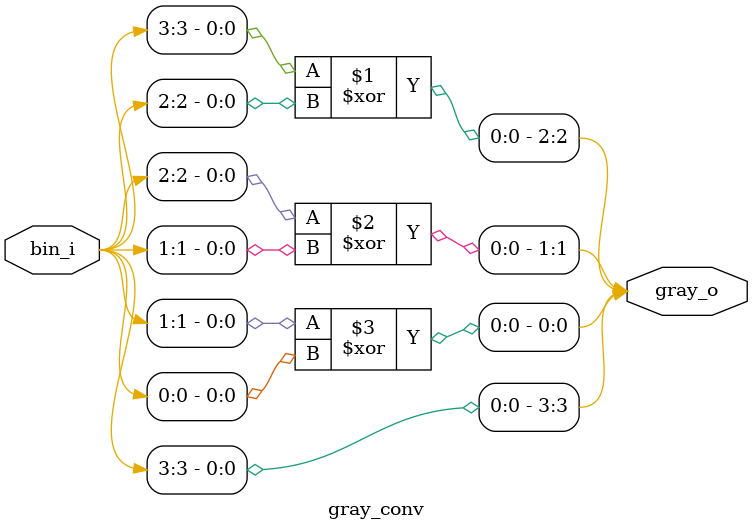
<source format=v>
`timescale 1ns / 1ps


module gray_conv #(
    parameter wrd_len = 4
)(
    input wire [wrd_len -1:0] bin_i,
    output wire [wrd_len -1:0] gray_o
    );
    assign gray_o[wrd_len-1] = bin_i[wrd_len-1];
    genvar i;
    for(i = wrd_len-2; i>=0; i=i-1)
        assign gray_o[i]=bin_i[i+1] ^ bin_i[i];
    
endmodule

</source>
